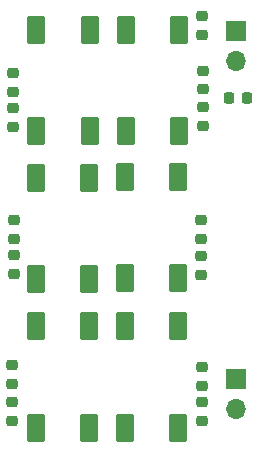
<source format=gbr>
%TF.GenerationSoftware,KiCad,Pcbnew,9.0.6*%
%TF.CreationDate,2025-12-26T20:21:36+00:00*%
%TF.ProjectId,PIDI-BOX-01-RELSW-6-BUTTONS-A1,50494449-2d42-44f5-982d-30312d52454c,rev?*%
%TF.SameCoordinates,Original*%
%TF.FileFunction,Soldermask,Top*%
%TF.FilePolarity,Negative*%
%FSLAX46Y46*%
G04 Gerber Fmt 4.6, Leading zero omitted, Abs format (unit mm)*
G04 Created by KiCad (PCBNEW 9.0.6) date 2025-12-26 20:21:36*
%MOMM*%
%LPD*%
G01*
G04 APERTURE LIST*
G04 Aperture macros list*
%AMRoundRect*
0 Rectangle with rounded corners*
0 $1 Rounding radius*
0 $2 $3 $4 $5 $6 $7 $8 $9 X,Y pos of 4 corners*
0 Add a 4 corners polygon primitive as box body*
4,1,4,$2,$3,$4,$5,$6,$7,$8,$9,$2,$3,0*
0 Add four circle primitives for the rounded corners*
1,1,$1+$1,$2,$3*
1,1,$1+$1,$4,$5*
1,1,$1+$1,$6,$7*
1,1,$1+$1,$8,$9*
0 Add four rect primitives between the rounded corners*
20,1,$1+$1,$2,$3,$4,$5,0*
20,1,$1+$1,$4,$5,$6,$7,0*
20,1,$1+$1,$6,$7,$8,$9,0*
20,1,$1+$1,$8,$9,$2,$3,0*%
G04 Aperture macros list end*
%ADD10RoundRect,0.218750X-0.218750X-0.256250X0.218750X-0.256250X0.218750X0.256250X-0.218750X0.256250X0*%
%ADD11RoundRect,0.218750X-0.256250X0.218750X-0.256250X-0.218750X0.256250X-0.218750X0.256250X0.218750X0*%
%ADD12RoundRect,0.102000X0.700000X-1.050000X0.700000X1.050000X-0.700000X1.050000X-0.700000X-1.050000X0*%
%ADD13RoundRect,0.218750X0.256250X-0.218750X0.256250X0.218750X-0.256250X0.218750X-0.256250X-0.218750X0*%
%ADD14R,1.700000X1.700000*%
%ADD15O,1.700000X1.700000*%
G04 APERTURE END LIST*
D10*
%TO.C,R7*%
X120827700Y-58724800D03*
X122402700Y-58724800D03*
%TD*%
D11*
%TO.C,D5*%
X102463600Y-81356300D03*
X102463600Y-82931300D03*
%TD*%
D12*
%TO.C,S1*%
X104546400Y-61529600D03*
X104546400Y-52929600D03*
X109046400Y-61529600D03*
X109046400Y-52929600D03*
%TD*%
D13*
%TO.C,R4*%
X118516400Y-73660200D03*
X118516400Y-72085200D03*
%TD*%
D14*
%TO.C,J3*%
X121405800Y-82545000D03*
D15*
X121405800Y-85085000D03*
%TD*%
D12*
%TO.C,S2*%
X112100800Y-61529600D03*
X112100800Y-52929600D03*
X116600800Y-61529600D03*
X116600800Y-52929600D03*
%TD*%
D13*
%TO.C,R1*%
X102565200Y-61137900D03*
X102565200Y-59562900D03*
%TD*%
D11*
%TO.C,D7*%
X118567200Y-51790500D03*
X118567200Y-53365500D03*
%TD*%
D12*
%TO.C,S5*%
X104516800Y-86624800D03*
X104516800Y-78024800D03*
X109016800Y-86624800D03*
X109016800Y-78024800D03*
%TD*%
D11*
%TO.C,D4*%
X118516400Y-69062500D03*
X118516400Y-70637500D03*
%TD*%
D12*
%TO.C,S4*%
X112050000Y-73997600D03*
X112050000Y-65397600D03*
X116550000Y-73997600D03*
X116550000Y-65397600D03*
%TD*%
D14*
%TO.C,J2*%
X121405800Y-53030200D03*
D15*
X121405800Y-55570200D03*
%TD*%
D11*
%TO.C,D3*%
X102616000Y-69062500D03*
X102616000Y-70637500D03*
%TD*%
%TO.C,R2*%
X118618000Y-59512100D03*
X118618000Y-61087100D03*
%TD*%
D12*
%TO.C,S6*%
X112075400Y-86621400D03*
X112075400Y-78021400D03*
X116575400Y-86621400D03*
X116575400Y-78021400D03*
%TD*%
D11*
%TO.C,R3*%
X102616000Y-72034200D03*
X102616000Y-73609200D03*
%TD*%
D12*
%TO.C,S3*%
X104518900Y-74073800D03*
X104518900Y-65473800D03*
X109018900Y-74073800D03*
X109018900Y-65473800D03*
%TD*%
D13*
%TO.C,R6*%
X118567200Y-86055400D03*
X118567200Y-84480400D03*
%TD*%
D11*
%TO.C,R5*%
X102463600Y-84454900D03*
X102463600Y-86029900D03*
%TD*%
%TO.C,D6*%
X118567200Y-81483000D03*
X118567200Y-83058000D03*
%TD*%
%TO.C,D1*%
X102565200Y-56591200D03*
X102565200Y-58166200D03*
%TD*%
%TO.C,D2*%
X118618000Y-56413300D03*
X118618000Y-57988300D03*
%TD*%
M02*

</source>
